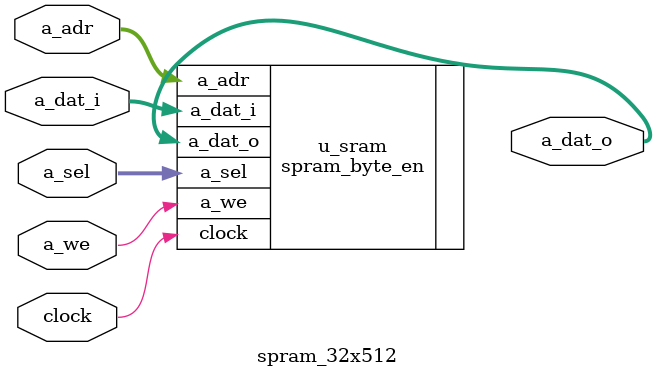
<source format=sv>
/****************************************************************************
 * spram_32x256.sv
 ****************************************************************************/

/**
 * Module: spram_32x512
 * 
 * TODO: Add module documentation
 */
module spram_32x512(
		input				clock,
		input  [8-1:0]		a_adr,
		input  [32-1:0]		a_dat_i,
		output [32-1:0]		a_dat_o,
		input				a_we,
		input  [32/8-1:0]	a_sel);

	spram_byte_en #(
			.ADDR_BITS(9),
			.DATA_BITS(32)
			) u_sram (
			.clock(clock),
			.a_adr(a_adr),
			.a_dat_i(a_dat_i),
			.a_dat_o(a_dat_o),
			.a_we(a_we),
			.a_sel(a_sel));

endmodule



</source>
